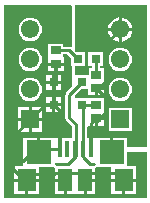
<source format=gtl>
G04*
G04 #@! TF.GenerationSoftware,Altium Limited,Altium Designer,18.0.12 (696)*
G04*
G04 Layer_Physical_Order=1*
G04 Layer_Color=255*
%FSLAX25Y25*%
%MOIN*%
G70*
G01*
G75*
%ADD13R,0.03347X0.02756*%
%ADD14R,0.04724X0.07480*%
%ADD15R,0.06299X0.07480*%
%ADD16R,0.08268X0.07874*%
%ADD17R,0.01575X0.05315*%
%ADD18R,0.03000X0.03000*%
%ADD19R,0.03150X0.03150*%
%ADD27C,0.06102*%
%ADD28R,0.06102X0.06102*%
%ADD30C,0.01000*%
%ADD31C,0.01000*%
G36*
X22700Y64200D02*
Y50735D01*
X22245Y50454D01*
X22200Y50453D01*
X21725Y50547D01*
X19782D01*
Y51400D01*
X14836D01*
Y47072D01*
X14636D01*
Y45194D01*
X19982D01*
Y47072D01*
X19782D01*
Y47896D01*
X21176D01*
X22272Y46800D01*
Y43925D01*
X22700D01*
Y37150D01*
X20863Y35313D01*
X20575Y34883D01*
X20474Y34376D01*
Y26800D01*
X20575Y26293D01*
X20863Y25863D01*
X22637Y24089D01*
Y19989D01*
X20423D01*
Y20189D01*
X19135D01*
Y16532D01*
X18135D01*
Y20189D01*
X16848D01*
Y20189D01*
X16683D01*
Y20189D01*
X12049D01*
Y15252D01*
X11049D01*
Y20189D01*
X6415D01*
Y15252D01*
Y10740D01*
X3462D01*
Y6500D01*
X7612D01*
X11761D01*
Y10315D01*
X16683D01*
X17045Y9982D01*
Y6500D01*
X20407D01*
Y6000D01*
X20907D01*
Y1260D01*
X26600D01*
Y6000D01*
X27100D01*
Y6500D01*
X30462D01*
Y10166D01*
X30507Y10175D01*
X30631Y10258D01*
X31024Y10515D01*
X35746D01*
Y6500D01*
X39895D01*
X44045D01*
Y10740D01*
X40892D01*
Y15400D01*
X47700D01*
X47700Y-0D01*
X-100Y-0D01*
X-100Y15300D01*
X0Y15400D01*
Y64400D01*
X22500D01*
X22700Y64200D01*
D02*
G37*
G36*
X47600Y16900D02*
X47197Y16900D01*
X41092D01*
Y20189D01*
X36458D01*
Y15252D01*
X35458D01*
Y20189D01*
X30824D01*
Y20189D01*
X30659D01*
Y20189D01*
X29372D01*
Y16532D01*
X28372D01*
Y20189D01*
X27847D01*
Y23832D01*
X28127Y24216D01*
X30300D01*
Y26594D01*
X30800D01*
Y27094D01*
X33473D01*
Y28972D01*
X33273D01*
Y33299D01*
X28424D01*
Y33500D01*
X23824D01*
X23800Y33990D01*
Y34501D01*
X25699Y36400D01*
X28127D01*
Y34300D01*
X30300D01*
Y36678D01*
X30800D01*
Y37178D01*
X33473D01*
Y39056D01*
X33273D01*
Y43384D01*
X32125D01*
Y43925D01*
X32928D01*
Y48675D01*
X28178D01*
Y43925D01*
X29474D01*
Y43384D01*
X28327D01*
Y41000D01*
X23824D01*
X23800Y41490D01*
Y43925D01*
X27022D01*
Y48675D01*
X24147D01*
X23800Y49022D01*
Y64300D01*
X47600D01*
Y16900D01*
D02*
G37*
%LPC*%
G36*
X8809Y60116D02*
X7803Y59984D01*
X6866Y59596D01*
X6062Y58978D01*
X5445Y58174D01*
X5057Y57237D01*
X4924Y56232D01*
X5057Y55226D01*
X5445Y54289D01*
X6062Y53485D01*
X6866Y52868D01*
X7803Y52479D01*
X8809Y52347D01*
X9814Y52479D01*
X10751Y52868D01*
X11555Y53485D01*
X12173Y54289D01*
X12561Y55226D01*
X12693Y56232D01*
X12561Y57237D01*
X12173Y58174D01*
X11555Y58978D01*
X10751Y59596D01*
X9814Y59984D01*
X8809Y60116D01*
D02*
G37*
G36*
Y50116D02*
X7803Y49984D01*
X6866Y49596D01*
X6062Y48978D01*
X5445Y48174D01*
X5057Y47237D01*
X4924Y46232D01*
X5057Y45226D01*
X5445Y44289D01*
X6062Y43485D01*
X6866Y42868D01*
X7803Y42480D01*
X8809Y42347D01*
X9814Y42480D01*
X10751Y42868D01*
X11555Y43485D01*
X12173Y44289D01*
X12561Y45226D01*
X12693Y46232D01*
X12561Y47237D01*
X12173Y48174D01*
X11555Y48978D01*
X10751Y49596D01*
X9814Y49984D01*
X8809Y50116D01*
D02*
G37*
G36*
X19982Y44194D02*
X17809D01*
Y42316D01*
X19982D01*
Y44194D01*
D02*
G37*
G36*
X16809D02*
X14636D01*
Y42316D01*
X16809D01*
Y44194D01*
D02*
G37*
G36*
X19176Y41200D02*
X17176D01*
Y39200D01*
X19176D01*
Y41200D01*
D02*
G37*
G36*
X16176D02*
X14176D01*
Y39200D01*
X16176D01*
Y41200D01*
D02*
G37*
G36*
X19176Y38200D02*
X17176D01*
Y36200D01*
X19176D01*
Y38200D01*
D02*
G37*
G36*
X16176D02*
X14176D01*
Y36200D01*
X16176D01*
Y38200D01*
D02*
G37*
G36*
X8809Y40116D02*
X7803Y39984D01*
X6866Y39596D01*
X6062Y38978D01*
X5445Y38174D01*
X5057Y37237D01*
X4924Y36232D01*
X5057Y35226D01*
X5445Y34289D01*
X6062Y33485D01*
X6866Y32868D01*
X7803Y32480D01*
X8809Y32347D01*
X9814Y32480D01*
X10751Y32868D01*
X11555Y33485D01*
X12173Y34289D01*
X12561Y35226D01*
X12693Y36232D01*
X12561Y37237D01*
X12173Y38174D01*
X11555Y38978D01*
X10751Y39596D01*
X9814Y39984D01*
X8809Y40116D01*
D02*
G37*
G36*
X19176Y33700D02*
X17176D01*
Y31700D01*
X19176D01*
Y33700D01*
D02*
G37*
G36*
X16176D02*
X14176D01*
Y31700D01*
X16176D01*
Y33700D01*
D02*
G37*
G36*
X19176Y30700D02*
X17176D01*
Y28700D01*
X19176D01*
Y30700D01*
D02*
G37*
G36*
X16176D02*
X14176D01*
Y28700D01*
X16176D01*
Y30700D01*
D02*
G37*
G36*
X12860Y30283D02*
X9309D01*
Y26732D01*
X12860D01*
Y30283D01*
D02*
G37*
G36*
X8309D02*
X4758D01*
Y26732D01*
X8309D01*
Y30283D01*
D02*
G37*
G36*
X12860Y25732D02*
X9309D01*
Y22180D01*
X12860D01*
Y25732D01*
D02*
G37*
G36*
X8309D02*
X4758D01*
Y22180D01*
X8309D01*
Y25732D01*
D02*
G37*
G36*
X44045Y5500D02*
X40395D01*
Y1260D01*
X44045D01*
Y5500D01*
D02*
G37*
G36*
X39395D02*
X35746D01*
Y1260D01*
X39395D01*
Y5500D01*
D02*
G37*
G36*
X30462D02*
X27600D01*
Y1260D01*
X30462D01*
Y5500D01*
D02*
G37*
G36*
X19907D02*
X17045D01*
Y1260D01*
X19907D01*
Y5500D01*
D02*
G37*
G36*
X11761D02*
X8112D01*
Y1260D01*
X11761D01*
Y5500D01*
D02*
G37*
G36*
X7112D02*
X3462D01*
Y1260D01*
X7112D01*
Y5500D01*
D02*
G37*
G36*
X39309Y60252D02*
Y56731D01*
X42829D01*
X42756Y57289D01*
X42347Y58275D01*
X41698Y59121D01*
X40852Y59770D01*
X39866Y60179D01*
X39309Y60252D01*
D02*
G37*
G36*
X38309Y60252D02*
X37751Y60179D01*
X36766Y59770D01*
X35919Y59121D01*
X35270Y58275D01*
X34862Y57289D01*
X34788Y56731D01*
X38309D01*
Y60252D01*
D02*
G37*
G36*
X42829Y55731D02*
X39309D01*
Y52211D01*
X39866Y52285D01*
X40852Y52693D01*
X41698Y53342D01*
X42347Y54189D01*
X42756Y55174D01*
X42829Y55731D01*
D02*
G37*
G36*
X38309D02*
X34788D01*
X34862Y55174D01*
X35270Y54189D01*
X35919Y53342D01*
X36766Y52693D01*
X37751Y52285D01*
X38309Y52211D01*
Y55731D01*
D02*
G37*
G36*
X38809Y50116D02*
X37803Y49984D01*
X36867Y49596D01*
X36062Y48978D01*
X35445Y48174D01*
X35057Y47237D01*
X34924Y46232D01*
X35057Y45226D01*
X35445Y44289D01*
X36062Y43485D01*
X36867Y42868D01*
X37803Y42480D01*
X38809Y42347D01*
X39814Y42480D01*
X40751Y42868D01*
X41555Y43485D01*
X42173Y44289D01*
X42561Y45226D01*
X42693Y46232D01*
X42561Y47237D01*
X42173Y48174D01*
X41555Y48978D01*
X40751Y49596D01*
X39814Y49984D01*
X38809Y50116D01*
D02*
G37*
G36*
X33473Y36178D02*
X31300D01*
Y34300D01*
X33473D01*
Y36178D01*
D02*
G37*
G36*
X38809Y40116D02*
X37803Y39984D01*
X36867Y39596D01*
X36062Y38978D01*
X35445Y38174D01*
X35057Y37237D01*
X34924Y36232D01*
X35057Y35226D01*
X35445Y34289D01*
X36062Y33485D01*
X36867Y32868D01*
X37803Y32480D01*
X38809Y32347D01*
X39814Y32480D01*
X40751Y32868D01*
X41555Y33485D01*
X42173Y34289D01*
X42561Y35226D01*
X42693Y36232D01*
X42561Y37237D01*
X42173Y38174D01*
X41555Y38978D01*
X40751Y39596D01*
X39814Y39984D01*
X38809Y40116D01*
D02*
G37*
G36*
X33473Y26094D02*
X31300D01*
Y24216D01*
X33473D01*
Y26094D01*
D02*
G37*
G36*
X42660Y30083D02*
X34958D01*
Y22380D01*
X42660D01*
Y30083D01*
D02*
G37*
%LPD*%
D13*
X17309Y49222D02*
D03*
Y44694D02*
D03*
X30800Y36678D02*
D03*
Y41206D02*
D03*
Y31121D02*
D03*
Y26594D02*
D03*
D14*
X20407Y6000D02*
D03*
X27100D02*
D03*
D15*
X7612D02*
D03*
X39895D02*
D03*
D16*
X11549Y15252D02*
D03*
X35958D02*
D03*
D17*
X18635Y16532D02*
D03*
X21194D02*
D03*
X23753D02*
D03*
X26313D02*
D03*
X28872D02*
D03*
D18*
X26124Y31200D02*
D03*
X16676D02*
D03*
X26124Y38700D02*
D03*
X16676D02*
D03*
D19*
X30553Y46300D02*
D03*
X24647D02*
D03*
D27*
X38809Y56232D02*
D03*
Y46232D02*
D03*
Y36232D02*
D03*
X8809D02*
D03*
Y46232D02*
D03*
Y56232D02*
D03*
D28*
X38809Y26232D02*
D03*
X8809D02*
D03*
D30*
X39895Y8232D02*
X40104D01*
X16983D02*
X39895D01*
Y6000D02*
Y8232D01*
X11549Y15252D02*
X12828Y16532D01*
X18635D01*
X6254Y12266D02*
X9240Y15252D01*
X11549D01*
X23962Y14016D02*
Y24638D01*
X17500Y11400D02*
X21346D01*
X23962Y14016D01*
X4600Y8200D02*
X16952D01*
X3100Y9700D02*
X4600Y8200D01*
X3100Y9700D02*
Y20523D01*
X30800Y36678D02*
X34100Y33378D01*
Y28691D02*
Y33378D01*
X31162Y25753D02*
X34100Y28691D01*
X31162Y25753D02*
Y26594D01*
X34000Y51423D02*
X38809Y56232D01*
X34000Y39100D02*
Y51423D01*
X31578Y36678D02*
X34000Y39100D01*
X30800Y36678D02*
X31578D01*
X28872Y24665D02*
X30800Y26594D01*
X28872Y16532D02*
Y24665D01*
X28600Y11400D02*
X30000D01*
X26313Y13687D02*
X28600Y11400D01*
X26521Y15279D02*
Y30803D01*
X26313Y13687D02*
Y16532D01*
X16952Y8200D02*
X16983Y8232D01*
X8809Y26232D02*
X13777Y31200D01*
X16676D01*
X3100Y20523D02*
X8809Y26232D01*
X26203Y31121D02*
X26521Y30803D01*
X26124Y31200D02*
X26203Y31121D01*
X30800D01*
X16676Y38700D02*
X17309Y39333D01*
Y44694D01*
Y49222D02*
X21725D01*
X24647Y46300D01*
X30553D02*
X30800Y46053D01*
Y41206D02*
Y46053D01*
X21800Y26800D02*
X23962Y24638D01*
X21800Y26800D02*
Y34376D01*
X26124Y38700D01*
X16676Y31200D02*
Y38700D01*
X18844Y18763D02*
Y29032D01*
X16676Y31200D02*
X18844Y29032D01*
D31*
X30000Y11400D02*
D03*
X17500D02*
D03*
M02*

</source>
